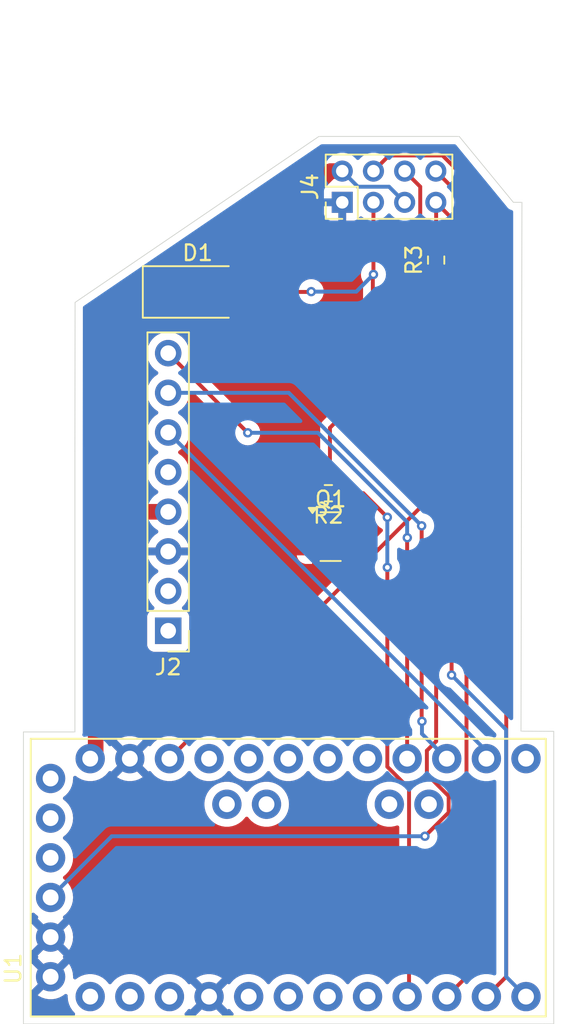
<source format=kicad_pcb>
(kicad_pcb (version 20240108) (generator "pcbnew") (generator_version "8.0")
  (layers (0 "F.Cu" signal) (31 "B.Cu" signal) (34 "B.Paste" user) (35 "F.Paste" user) (36 "B.SilkS" user "B.Silkscreen") (37 "F.SilkS" user "F.Silkscreen") (38 "B.Mask" user) (39 "F.Mask" user) (44 "Edge.Cuts" user))
  (net 0 "")
  (net 1 "/Hold_PWR")
  (net 2 "/Buzzer-")
  (net 3 "+5V")
  (net 4 "/Buzzer")
  (net 5 "/BT_Read")
  (net 6 "GND")
  (net 7 "/MOSI")
  (net 8 "/MISO")
  (net 9 "/RST_RF")
  (net 10 "/SDA")
  (net 11 "/RSTO")
  (net 12 "/SCK")
  (net 13 "/SS")
  (net 14 "/IRQ")
  (net 15 "Net-(Q1-B)")
  (net 16 "+3.3V")
  (net 17 "/Button_config")
  (net 18 "/RST_AR")
  (net 25 "/TXO")
  (net 31 "/RXI")
  (footprint "Connector_PinHeader_2.00mm:PinHeader_2x04_P2.00mm_Vertical" (layer "F.Cu") (at 130.04 79.38 90)
    (property "Reference" "J4" (at 1 -2.06 270) (layer "F.SilkS"))
    (property "Value" "Conn_02x04_Counter_Clockwise")
    (fp_line (start 3.06 -1.06) (end 3.06 7.06) (stroke (width 0.12)) (layer "F.SilkS"))
    (fp_line (start 1 -1.06) (end 3.06 -1.06) (stroke (width 0.12)) (layer "F.SilkS"))
    (fp_line (start -1.06 -1.06) (end 0 -1.06) (stroke (width 0.12)) (layer "F.SilkS"))
    (fp_line (start -1.06 0) (end -1.06 -1.06) (stroke (width 0.12)) (layer "F.SilkS"))
    (fp_line (start 1 1) (end 1 -1.06) (stroke (width 0.12)) (layer "F.SilkS"))
    (fp_line (start -1.06 1) (end 1 1) (stroke (width 0.12)) (layer "F.SilkS"))
    (fp_line (start -1.06 1) (end -1.06 7.06) (stroke (width 0.12)) (layer "F.SilkS"))
    (fp_line (start -1.06 7.06) (end 3.06 7.06) (stroke (width 0.12)) (layer "F.SilkS"))
    (pad "1" thru_hole rect (at 0 0 90) (size 1.35 1.35) (drill 0.8) (layers "*.Cu" "*.Mask") (net 6 "GND"))
    (pad "2" thru_hole oval (at 2 0 90) (size 1.35 1.35) (drill 0.8) (layers "*.Cu" "*.Mask") (net 3 "+5V"))
    (pad "3" thru_hole oval (at 0 2 90) (size 1.35 1.35) (drill 0.8) (layers "*.Cu" "*.Mask") (net 2 "/Buzzer-"))
    (pad "4" thru_hole oval (at 2 2 90) (size 1.35 1.35) (drill 0.8) (layers "*.Cu" "*.Mask") (net 17 "/Button_config"))
    (pad "5" thru_hole oval (at 0 4 90) (size 1.35 1.35) (drill 0.8) (layers "*.Cu" "*.Mask") (net 3 "+5V"))
    (pad "6" thru_hole oval (at 2 4 90) (size 1.35 1.35) (drill 0.8) (layers "*.Cu" "*.Mask") (net 18 "/RST_AR"))
    (pad "7" thru_hole oval (at 0 6 90) (size 1.35 1.35) (drill 0.8) (layers "*.Cu" "*.Mask") (net 5 "/BT_Read"))
    (pad "8" thru_hole oval (at 2 6 90) (size 1.35 1.35) (drill 0.8) (layers "*.Cu" "*.Mask") (net 1 "/Hold_PWR"))
  )
  (footprint "ARDUINO_PRO_MINI:MODULE_ARDUINO_PRO_MINI" (layer "F.Cu") (at 126.58 122.63 90)
    (property "Reference" "U1" (at -5.825 -17.635 270) (layer "F.SilkS"))
    (property "Value" "ARDUINO_PRO_MINI")
    (fp_line (start 8.89 -16.51) (end -8.89 -16.51) (stroke (width 0.127)) (layer "F.SilkS"))
    (fp_line (start -8.89 -16.51) (end -8.89 16.51) (stroke (width 0.127)) (layer "F.SilkS"))
    (fp_line (start 8.89 16.51) (end 8.89 -16.51) (stroke (width 0.127)) (layer "F.SilkS"))
    (fp_line (start -8.89 16.51) (end 8.89 16.51) (stroke (width 0.127)) (layer "F.SilkS"))
    (pad "JP1_1" thru_hole circle (at 6.35 -15.24 90) (size 1.8796 1.8796) (drill 1.016) (layers "*.Cu" "*.Mask"))
    (pad "JP1_2" thru_hole circle (at 3.81 -15.24 90) (size 1.8796 1.8796) (drill 1.016) (layers "*.Cu" "*.Mask") (net 31 "/RXI"))
    (pad "JP1_3" thru_hole circle (at 1.27 -15.24 90) (size 1.8796 1.8796) (drill 1.016) (layers "*.Cu" "*.Mask") (net 25 "/TXO"))
    (pad "JP1_4" thru_hole circle (at -1.27 -15.24 90) (size 1.8796 1.8796) (drill 1.016) (layers "*.Cu" "*.Mask") (net 16 "+3.3V"))
    (pad "JP1_5" thru_hole circle (at -3.81 -15.24 90) (size 1.8796 1.8796) (drill 1.016) (layers "*.Cu" "*.Mask") (net 6 "GND"))
    (pad "JP1_6" thru_hole circle (at -6.35 -15.24 90) (size 1.8796 1.8796) (drill 1.016) (layers "*.Cu" "*.Mask") (net 6 "GND"))
    (pad "JP2_1" thru_hole circle (at 4.699 -1.397 90) (size 1.8796 1.8796) (drill 1.016) (layers "*.Cu" "*.Mask"))
    (pad "JP2_2" thru_hole circle (at 4.699 -3.937 90) (size 1.8796 1.8796) (drill 1.016) (layers "*.Cu" "*.Mask"))
    (pad "JP3_1" thru_hole circle (at 4.699 9.017 90) (size 1.8796 1.8796) (drill 1.016) (layers "*.Cu" "*.Mask"))
    (pad "JP3_2" thru_hole circle (at 4.699 6.477 90) (size 1.8796 1.8796) (drill 1.016) (layers "*.Cu" "*.Mask"))
    (pad "JP6_1" thru_hole circle (at 7.62 -12.7 90) (size 1.8796 1.8796) (drill 1.016) (layers "*.Cu" "*.Mask") (net 3 "+5V"))
    (pad "JP6_2" thru_hole circle (at 7.62 -10.16 90) (size 1.8796 1.8796) (drill 1.016) (layers "*.Cu" "*.Mask") (net 6 "GND"))
    (pad "JP6_3" thru_hole circle (at 7.62 -7.62 90) (size 1.8796 1.8796) (drill 1.016) (layers "*.Cu" "*.Mask") (net 18 "/RST_AR"))
    (pad "JP6_4" thru_hole circle (at 7.62 -5.08 90) (size 1.8796 1.8796) (drill 1.016) (layers "*.Cu" "*.Mask"))
    (pad "JP6_5" thru_hole circle (at 7.62 -2.54 90) (size 1.8796 1.8796) (drill 1.016) (layers "*.Cu" "*.Mask"))
    (pad "JP6_6" thru_hole circle (at 7.62 0 90) (size 1.8796 1.8796) (drill 1.016) (layers "*.Cu" "*.Mask"))
    (pad "JP6_7" thru_hole circle (at 7.62 2.54 90) (size 1.8796 1.8796) (drill 1.016) (layers "*.Cu" "*.Mask"))
    (pad "JP6_8" thru_hole circle (at 7.62 5.08 90) (size 1.8796 1.8796) (drill 1.016) (layers "*.Cu" "*.Mask"))
    (pad "JP6_9" thru_hole circle (at 7.62 7.62 90) (size 1.8796 1.8796) (drill 1.016) (layers "*.Cu" "*.Mask") (net 12 "/SCK"))
    (pad "JP6_10" thru_hole circle (at 7.62 10.16 90) (size 1.8796 1.8796) (drill 1.016) (layers "*.Cu" "*.Mask") (net 8 "/MISO"))
    (pad "JP6_11" thru_hole circle (at 7.62 12.7 90) (size 1.8796 1.8796) (drill 1.016) (layers "*.Cu" "*.Mask") (net 7 "/MOSI"))
    (pad "JP6_12" thru_hole circle (at 7.62 15.24 90) (size 1.8796 1.8796) (drill 1.016) (layers "*.Cu" "*.Mask") (net 10 "/SDA"))
    (pad "JP7_1" thru_hole circle (at -7.62 15.24 90) (size 1.8796 1.8796) (drill 1.016) (layers "*.Cu" "*.Mask") (net 5 "/BT_Read"))
    (pad "JP7_2" thru_hole circle (at -7.62 12.7 90) (size 1.8796 1.8796) (drill 1.016) (layers "*.Cu" "*.Mask") (net 17 "/Button_config"))
    (pad "JP7_3" thru_hole circle (at -7.62 10.16 90) (size 1.8796 1.8796) (drill 1.016) (layers "*.Cu" "*.Mask") (net 1 "/Hold_PWR"))
    (pad "JP7_4" thru_hole circle (at -7.62 7.62 90) (size 1.8796 1.8796) (drill 1.016) (layers "*.Cu" "*.Mask") (net 4 "/Buzzer"))
    (pad "JP7_5" thru_hole circle (at -7.62 5.08 90) (size 1.8796 1.8796) (drill 1.016) (layers "*.Cu" "*.Mask") (net 9 "/RST_RF"))
    (pad "JP7_6" thru_hole circle (at -7.62 2.54 90) (size 1.8796 1.8796) (drill 1.016) (layers "*.Cu" "*.Mask"))
    (pad "JP7_7" thru_hole circle (at -7.62 0 90) (size 1.8796 1.8796) (drill 1.016) (layers "*.Cu" "*.Mask"))
    (pad "JP7_8" thru_hole circle (at -7.62 -2.54 90) (size 1.8796 1.8796) (drill 1.016) (layers "*.Cu" "*.Mask"))
    (pad "JP7_9" thru_hole circle (at -7.62 -5.08 90) (size 1.8796 1.8796) (drill 1.016) (layers "*.Cu" "*.Mask") (net 6 "GND"))
    (pad "JP7_10" thru_hole circle (at -7.62 -7.62 90) (size 1.8796 1.8796) (drill 1.016) (layers "*.Cu" "*.Mask"))
    (pad "JP7_11" thru_hole circle (at -7.62 -10.16 90) (size 1.8796 1.8796) (drill 1.016) (layers "*.Cu" "*.Mask"))
    (pad "JP7_12" thru_hole circle (at -7.62 -12.7 90) (size 1.8796 1.8796) (drill 1.016) (layers "*.Cu" "*.Mask"))
  )
  (footprint "Diode_SMD:D_SMA" (layer "F.Cu") (at 120.7625 85.12)
    (property "Reference" "D1" (at 0 -2.5 360) (layer "F.SilkS"))
    (property "Value" "MRA4007T3G")
    (fp_line (start -3.51 -1.65) (end -3.51 1.65) (stroke (width 0.12)) (layer "F.SilkS"))
    (fp_line (start -3.51 -1.65) (end 2 -1.65) (stroke (width 0.12)) (layer "F.SilkS"))
    (fp_line (start -3.51 1.65) (end 2 1.65) (stroke (width 0.12)) (layer "F.SilkS"))
    (pad "1" smd roundrect (at -2 0) (size 2.5 1.8) (layers "F.Cu" "F.Paste" "F.Mask") (roundrect_rratio 0.1388888889) (net 3 "+5V"))
    (pad "2" smd roundrect (at 2 0) (size 2.5 1.8) (layers "F.Cu" "F.Paste" "F.Mask") (roundrect_rratio 0.1388888889) (net 2 "/Buzzer-"))
  )
  (footprint "Resistor_SMD:R_0603_1608Metric" (layer "F.Cu") (at 136.06 83.08 90)
    (property "Reference" "R3" (at 0 -1.43 270) (layer "F.SilkS"))
    (property "Value" "10k")
    (fp_line (start -0.237258 -0.5225) (end 0.237258 -0.5225) (stroke (width 0.12)) (layer "F.SilkS"))
    (fp_line (start -0.237258 0.5225) (end 0.237258 0.5225) (stroke (width 0.12)) (layer "F.SilkS"))
    (pad "1" smd roundrect (at -0.825 0 90) (size 0.8 0.95) (layers "F.Cu" "F.Paste" "F.Mask") (net 16 "+3.3V"))
    (pad "2" smd roundrect (at 0.825 0 90) (size 0.8 0.95) (layers "F.Cu" "F.Paste" "F.Mask") (net 5 "/BT_Read"))
  )
  (footprint "Connector_PinHeader_2.54mm:PinHeader_1x08_P2.54mm_Vertical" (layer "F.Cu") (at 118.88 106.82 180)
    (property "Reference" "J2" (at 0 -2.33 180) (layer "F.SilkS"))
    (property "Value" "Conn_01x08")
    (fp_line (start 1.33 1.27) (end 1.33 19.11) (stroke (width 0.12)) (layer "F.SilkS"))
    (fp_line (start -1.33 19.11) (end 1.33 19.11) (stroke (width 0.12)) (layer "F.SilkS"))
    (fp_line (start -1.33 1.27) (end 1.33 1.27) (stroke (width 0.12)) (layer "F.SilkS"))
    (fp_line (start -1.33 1.27) (end -1.33 19.11) (stroke (width 0.12)) (layer "F.SilkS"))
    (fp_line (start -1.33 0) (end -1.33 -1.33) (stroke (width 0.12)) (layer "F.SilkS"))
    (fp_line (start -1.33 -1.33) (end 0 -1.33) (stroke (width 0.12)) (layer "F.SilkS"))
    (pad "1" thru_hole rect (at 0 0 180) (size 1.7 1.7) (drill 1) (layers "*.Cu" "*.Mask") (net 11 "/RSTO"))
    (pad "2" thru_hole oval (at 0 2.54 180) (size 1.7 1.7) (drill 1) (layers "*.Cu" "*.Mask") (net 14 "/IRQ"))
    (pad "3" thru_hole oval (at 0 5.08 180) (size 1.7 1.7) (drill 1) (layers "*.Cu" "*.Mask") (net 6 "GND"))
    (pad "4" thru_hole oval (at 0 7.62 180) (size 1.7 1.7) (drill 1) (layers "*.Cu" "*.Mask") (net 3 "+5V"))
    (pad "5" thru_hole oval (at 0 10.16 180) (size 1.7 1.7) (drill 1) (layers "*.Cu" "*.Mask") (net 13 "/SS"))
    (pad "6" thru_hole oval (at 0 12.7 180) (size 1.7 1.7) (drill 1) (layers "*.Cu" "*.Mask") (net 7 "/MOSI"))
    (pad "7" thru_hole oval (at 0 15.24 180) (size 1.7 1.7) (drill 1) (layers "*.Cu" "*.Mask") (net 8 "/MISO"))
    (pad "8" thru_hole oval (at 0 17.78 180) (size 1.7 1.7) (drill 1) (layers "*.Cu" "*.Mask") (net 12 "/SCK"))
  )
  (footprint "Package_TO_SOT_SMD:SOT-23" (layer "F.Cu") (at 129.2925 100.79)
    (property "Reference" "Q1" (at 0 -2.4 360) (layer "F.SilkS"))
    (property "Value" "BC847")
    (fp_line (start 0 -1.56) (end -0.65 -1.56) (stroke (width 0.12)) (layer "F.SilkS"))
    (fp_line (start 0 -1.56) (end 0.65 -1.56) (stroke (width 0.12)) (layer "F.SilkS"))
    (fp_line (start 0 1.56) (end -0.65 1.56) (stroke (width 0.12)) (layer "F.SilkS"))
    (fp_line (start 0 1.56) (end 0.65 1.56) (stroke (width 0.12)) (layer "F.SilkS"))
    (fp_poly (pts (xy -1.1625 -1.51) (xy -1.4025 -1.84) (xy -0.9225 -1.84) (xy -1.1625 -1.51)) (stroke (width 0.12)) (fill solid) (layer "F.SilkS"))
    (pad "1" smd roundrect (at -0.9375 -0.95) (size 1.475 0.6) (layers "F.Cu" "F.Paste" "F.Mask") (net 15 "Net-(Q1-B)"))
    (pad "2" smd roundrect (at -0.9375 0.95) (size 1.475 0.6) (layers "F.Cu" "F.Paste" "F.Mask") (net 6 "GND"))
    (pad "3" smd roundrect (at 0.9375 0) (size 1.475 0.6) (layers "F.Cu" "F.Paste" "F.Mask") (net 2 "/Buzzer-"))
  )
  (footprint "Resistor_SMD:R_0603_1608Metric" (layer "F.Cu") (at 129.15 98.01 180)
    (property "Reference" "R2" (at 0 -1.43 180) (layer "F.SilkS"))
    (property "Value" "3.3k")
    (fp_line (start -0.237258 0.5225) (end 0.237258 0.5225) (stroke (width 0.12)) (layer "F.SilkS"))
    (fp_line (start -0.237258 -0.5225) (end 0.237258 -0.5225) (stroke (width 0.12)) (layer "F.SilkS"))
    (pad "1" smd roundrect (at -0.825 0 180) (size 0.8 0.95) (layers "F.Cu" "F.Paste" "F.Mask") (net 4 "/Buzzer"))
    (pad "2" smd roundrect (at 0.825 0 180) (size 0.8 0.95) (layers "F.Cu" "F.Paste" "F.Mask") (net 15 "Net-(Q1-B)"))
  )
  (gr_line (start 143.6 132) (end 143 132) (stroke (width 0.05)) (layer "Edge.Cuts"))
  (gr_line (start 141.5 113.25) (end 143.6 113.26) (stroke (width 0.05)) (layer "Edge.Cuts"))
  (gr_line (start 141.5 113.25) (end 141.56 79.38) (stroke (width 0.05)) (layer "Edge.Cuts"))
  (gr_line (start 112.9 112.6) (end 112.9 113.3) (stroke (width 0.05)) (layer "Edge.Cuts"))
  (gr_line (start 109.6 132) (end 143 132) (stroke (width 0.05)) (layer "Edge.Cuts"))
  (gr_line (start 141.01 79.38) (end 137.54 75.16) (stroke (width 0.05)) (layer "Edge.Cuts"))
  (gr_line (start 143.6 113.6) (end 143.6 113.26) (stroke (width 0.05)) (layer "Edge.Cuts"))
  (gr_line (start 112.91 85.79) (end 112.9 95.3) (stroke (width 0.05)) (layer "Edge.Cuts"))
  (gr_line (start 112.9 95.3) (end 112.9 112.6) (stroke (width 0.05)) (layer "Edge.Cuts"))
  (gr_line (start 128.54 75.16) (end 112.91 85.79) (stroke (width 0.05)) (layer "Edge.Cuts"))
  (gr_line (start 112.9 113.3) (end 109.6 113.3) (stroke (width 0.05)) (layer "Edge.Cuts"))
  (gr_line (start 143.6 113.6) (end 143.6 132) (stroke (width 0.05)) (layer "Edge.Cuts"))
  (gr_line (start 137.54 75.16) (end 128.54 75.16) (stroke (width 0.05)) (layer "Edge.Cuts"))
  (gr_line (start 109.6 113.3) (end 109.6 132) (stroke (width 0.05)) (layer "Edge.Cuts"))
  (gr_line (start 141.01 79.38) (end 141.56 79.38) (stroke (width 0.05)) (layer "Edge.Cuts"))
  (segment (start 138.0048 128.9852) (end 136.74 130.25) (width 0.25) (layer "F.Cu") (net 1))
  (segment (start 136.04 77.38) (end 138.0048 79.3448) (width 0.25) (layer "F.Cu") (net 1))
  (segment (start 138.0048 79.3448) (end 138.0048 128.9852) (width 0.25) (layer "F.Cu") (net 1))
  (segment (start 129.25 93.82) (end 129.25 98.61) (width 0.25) (layer "F.Cu") (net 2))
  (segment (start 132.04 84) (end 132.04 79.38) (width 0.25) (layer "F.Cu") (net 2))
  (segment (start 132.04 84) (end 132 84.04) (width 0.25) (layer "F.Cu") (net 2))
  (segment (start 130.23 99.59) (end 130.23 100.79) (width 0.25) (layer "F.Cu") (net 2))
  (segment (start 132 91.07) (end 129.25 93.82) (width 0.25) (layer "F.Cu") (net 2))
  (segment (start 129.25 98.61) (end 130.23 99.59) (width 0.25) (layer "F.Cu") (net 2))
  (segment (start 132 84.04) (end 132 91.07) (width 0.25) (layer "F.Cu") (net 2))
  (segment (start 128.03 85.12) (end 122.7625 85.12) (width 0.25) (layer "F.Cu") (net 2))
  (segment (start 128.05 85.1) (end 128.03 85.12) (width 0.25) (layer "F.Cu") (net 2))
  (via (at 132.04 84) (size 0.6) (drill 0.3) (layers "F.Cu" "B.Cu") (net 2))
  (via (at 128.05 85.1) (size 0.6) (drill 0.3) (layers "F.Cu" "B.Cu") (net 2))
  (segment (start 132.04 84) (end 130.94 85.1) (width 0.25) (layer "B.Cu") (net 2))
  (segment (start 130.94 85.1) (end 128.05 85.1) (width 0.25) (layer "B.Cu") (net 2))
  (segment (start 113.88 115.01) (end 114.23 114.66) (width 1) (layer "F.Cu") (net 3))
  (segment (start 118.88 99.2) (end 116.11 99.2) (width 1) (layer "F.Cu") (net 3))
  (segment (start 121.7825 82.1) (end 124.57 82.1) (width 1) (layer "F.Cu") (net 3))
  (segment (start 114.23 97.32) (end 114.23 87.6) (width 1) (layer "F.Cu") (net 3))
  (segment (start 116.11 99.2) (end 114.23 97.32) (width 1) (layer "F.Cu") (net 3))
  (segment (start 118.7625 85.12) (end 116.71 85.12) (width 1) (layer "F.Cu") (net 3))
  (segment (start 130.04 77.38) (end 129.29 77.38) (width 1) (layer "F.Cu") (net 3))
  (segment (start 116.71 85.12) (end 114.23 87.6) (width 1) (layer "F.Cu") (net 3))
  (segment (start 114.23 114.66) (end 114.23 97.32) (width 1) (layer "F.Cu") (net 3))
  (segment (start 118.7625 85.12) (end 121.7825 82.1) (width 1) (layer "F.Cu") (net 3))
  (segment (start 129.29 77.38) (end 124.57 82.1) (width 1) (layer "F.Cu") (net 3))
  (segment (start 134.04 79.38) (end 133.04 78.38) (width 0.25) (layer "B.Cu") (net 3))
  (segment (start 133.04 78.38) (end 131.04 78.38) (width 0.25) (layer "B.Cu") (net 3))
  (segment (start 131.04 78.38) (end 130.04 77.38) (width 0.25) (layer "B.Cu") (net 3))
  (segment (start 132.93 99.55) (end 131.39 98.01) (width 0.25) (layer "F.Cu") (net 4))
  (segment (start 132.93 115.528698) (end 132.93 102.76) (width 0.25) (layer "F.Cu") (net 4))
  (segment (start 131.39 98.01) (end 129.975 98.01) (width 0.25) (layer "F.Cu") (net 4))
  (segment (start 134.3218 130.1282) (end 134.3218 116.920498) (width 0.25) (layer "F.Cu") (net 4))
  (segment (start 134.2 130.25) (end 134.3218 130.1282) (width 0.25) (layer "F.Cu") (net 4))
  (segment (start 134.3218 116.920498) (end 132.93 115.528698) (width 0.25) (layer "F.Cu") (net 4))
  (via (at 132.93 102.76) (size 0.6) (drill 0.3) (layers "F.Cu" "B.Cu") (net 4))
  (via (at 132.93 99.55) (size 0.6) (drill 0.3) (layers "F.Cu" "B.Cu") (net 4))
  (segment (start 132.93 102.76) (end 132.93 99.55) (width 0.25) (layer "B.Cu") (net 4))
  (segment (start 136.06 79.4) (end 136.04 79.38) (width 0.25) (layer "F.Cu") (net 5))
  (segment (start 136.04 79.38) (end 137.05 80.39) (width 0.25) (layer "F.Cu") (net 5))
  (segment (start 137.05 80.39) (end 137.05 109.66) (width 0.25) (layer "F.Cu") (net 5))
  (segment (start 136.06 82.255) (end 136.06 79.4) (width 0.25) (layer "F.Cu") (net 5))
  (via (at 137.05 109.66) (size 0.6) (drill 0.3) (layers "F.Cu" "B.Cu") (net 5))
  (segment (start 140.5448 128.9748) (end 141.82 130.25) (width 0.25) (layer "B.Cu") (net 5))
  (segment (start 137.05 109.66) (end 140.5448 113.1548) (width 0.25) (layer "B.Cu") (net 5))
  (segment (start 140.5448 113.1548) (end 140.5448 128.9748) (width 0.25) (layer "B.Cu") (net 5))
  (segment (start 139.28 114.52) (end 139.28 115.01) (width 0.25) (layer "B.Cu") (net 7))
  (segment (start 118.88 94.12) (end 139.28 114.52) (width 0.25) (layer "B.Cu") (net 7))
  (segment (start 135.13 112.6) (end 135.15 112.62) (width 0.25) (layer "F.Cu") (net 8))
  (segment (start 135.13 100.1) (end 135.13 112.6) (width 0.25) (layer "F.Cu") (net 8))
  (via (at 135.13 100.1) (size 0.6) (drill 0.3) (layers "F.Cu" "B.Cu") (net 8))
  (via (at 135.15 112.62) (size 0.6) (drill 0.3) (layers "F.Cu" "B.Cu") (net 8))
  (segment (start 118.88 91.58) (end 126.61 91.58) (width 0.25) (layer "B.Cu") (net 8))
  (segment (start 135.15 112.62) (end 135.15 113.42) (width 0.25) (layer "B.Cu") (net 8))
  (segment (start 135.15 113.42) (end 136.74 115.01) (width 0.25) (layer "B.Cu") (net 8))
  (segment (start 126.61 91.58) (end 135.13 100.1) (width 0.25) (layer "B.Cu") (net 8))
  (segment (start 134.21 100.86) (end 134.2 100.87) (width 0.25) (layer "F.Cu") (net 12))
  (segment (start 134.2 100.87) (end 134.2 115.01) (width 0.25) (layer "F.Cu") (net 12))
  (segment (start 118.88 89.04) (end 123.98 94.14) (width 0.25) (layer "F.Cu") (net 12))
  (via (at 123.98 94.14) (size 0.6) (drill 0.3) (layers "F.Cu" "B.Cu") (net 12))
  (via (at 134.21 100.86) (size 0.6) (drill 0.3) (layers "F.Cu" "B.Cu") (net 12))
  (segment (start 123.98 94.14) (end 128.48 94.14) (width 0.25) (layer "B.Cu") (net 12))
  (segment (start 134.2 100.85) (end 134.21 100.86) (width 0.25) (layer "B.Cu") (net 12))
  (segment (start 134.2 99.86) (end 134.2 100.85) (width 0.25) (layer "B.Cu") (net 12))
  (segment (start 128.48 94.14) (end 134.2 99.86) (width 0.25) (layer "B.Cu") (net 12))
  (segment (start 128.355 98.04) (end 128.325 98.01) (width 0.25) (layer "F.Cu") (net 15))
  (segment (start 128.355 99.84) (end 128.355 98.04) (width 0.25) (layer "F.Cu") (net 15))
  (segment (start 135.4648 116.010102) (end 136.8618 117.407102) (width 0.25) (layer "F.Cu") (net 16))
  (segment (start 135.4648 114.496502) (end 135.4648 116.010102) (width 0.25) (layer "F.Cu") (net 16))
  (segment (start 136.06 83.905) (end 136.06 113.901302) (width 0.25) (layer "F.Cu") (net 16))
  (segment (start 136.8618 117.407102) (end 136.8618 118.4582) (width 0.25) (layer "F.Cu") (net 16))
  (segment (start 136.8618 118.4582) (end 135.34 119.98) (width 0.25) (layer "F.Cu") (net 16))
  (segment (start 136.06 113.901302) (end 135.4648 114.496502) (width 0.25) (layer "F.Cu") (net 16))
  (via (at 135.34 119.98) (size 0.6) (drill 0.3) (layers "F.Cu" "B.Cu") (net 16))
  (segment (start 135.34 119.98) (end 115.26 119.98) (width 0.25) (layer "B.Cu") (net 16))
  (segment (start 115.26 119.98) (end 111.34 123.9) (width 0.25) (layer "B.Cu") (net 16))
  (segment (start 133.04 76.38) (end 136.47 76.38) (width 0.25) (layer "F.Cu") (net 17))
  (segment (start 140.5552 80.4652) (end 140.5552 128.9748) (width 0.25) (layer "F.Cu") (net 17))
  (segment (start 132.04 77.38) (end 133.04 76.38) (width 0.25) (layer "F.Cu") (net 17))
  (segment (start 136.47 76.38) (end 140.5552 80.4652) (width 0.25) (layer "F.Cu") (net 17))
  (segment (start 140.5552 128.9748) (end 139.28 130.25) (width 0.25) (layer "F.Cu") (net 17))
  (segment (start 135.04 78.38) (end 135.04 98.93) (width 0.25) (layer "F.Cu") (net 18))
  (segment (start 135.04 98.93) (end 118.96 115.01) (width 0.25) (layer "F.Cu") (net 18))
  (segment (start 134.04 77.38) (end 135.04 78.38) (width 0.25) (layer "F.Cu") (net 18))
  (zone (net 6) (net_name "GND") (layers "F&B.Cu") (connect_pads (clearance 0.5)) (min_thickness 0.25) (fill yes (thermal_gap 0.5) (thermal_bridge_width 0.5))
    (polygon (pts (xy 128.5 75.5) (xy 137.5 75.5) (xy 141 79.5) (xy 141 113) (xy 143.5 113) (xy 143.5 132) (xy 109.5 132) (xy 109.5 113.5) (xy 113 113.5) (xy 113 86)))
  )
)
</source>
